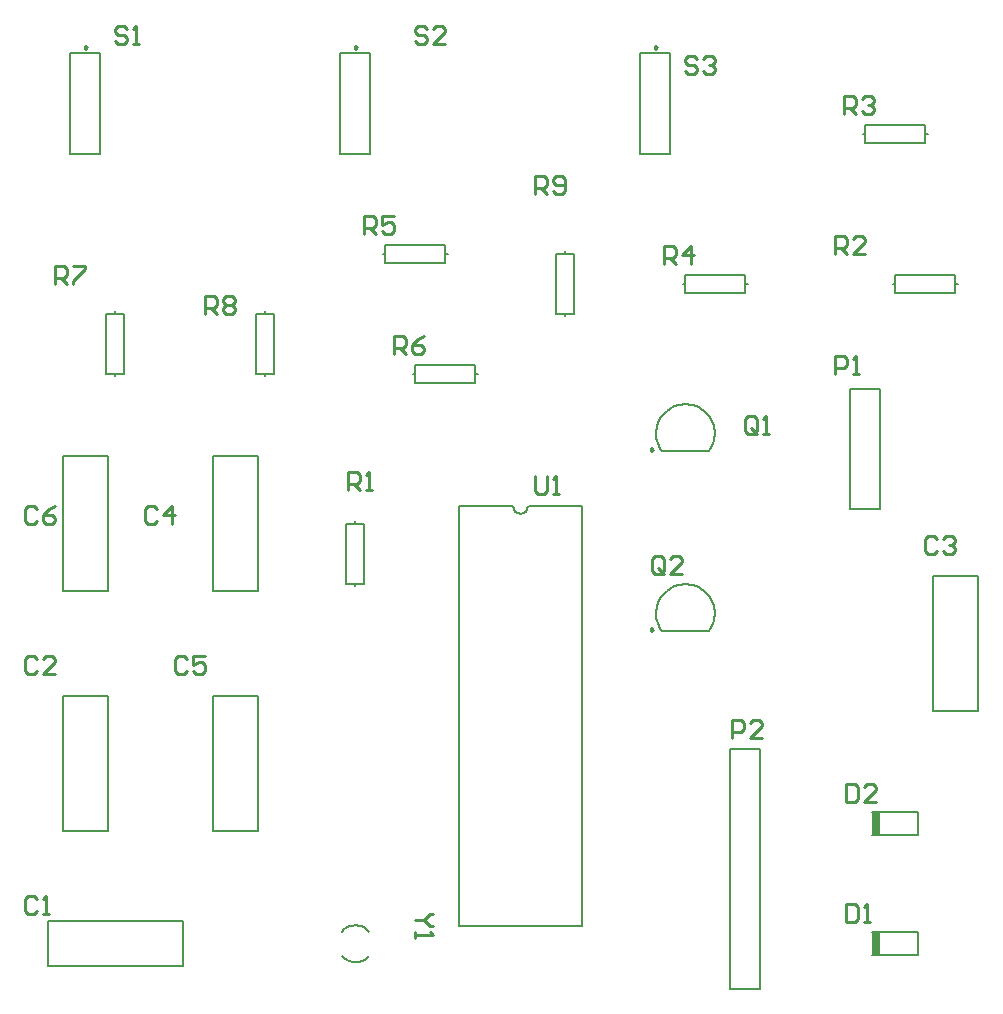
<source format=gto>
G04 Layer_Color=65535*
%FSLAX25Y25*%
%MOIN*%
G70*
G01*
G75*
%ADD10C,0.01000*%
%ADD24C,0.00984*%
%ADD25C,0.00787*%
%ADD26R,0.03150X0.07480*%
D10*
X223999Y334998D02*
X222999Y335998D01*
X221000D01*
X220000Y334998D01*
Y331000D01*
X221000Y330000D01*
X222999D01*
X223999Y331000D01*
X229997Y335998D02*
X227997Y334998D01*
X225998Y332999D01*
Y331000D01*
X226998Y330000D01*
X228997D01*
X229997Y331000D01*
Y331999D01*
X228997Y332999D01*
X225998D01*
X263999Y334998D02*
X262999Y335998D01*
X261000D01*
X260000Y334998D01*
Y331000D01*
X261000Y330000D01*
X262999D01*
X263999Y331000D01*
X268997Y330000D02*
Y335998D01*
X265998Y332999D01*
X269997D01*
X280000Y400000D02*
Y405998D01*
X282999D01*
X283999Y404998D01*
Y402999D01*
X282999Y401999D01*
X280000D01*
X281999D02*
X283999Y400000D01*
X285998Y404998D02*
X286998Y405998D01*
X288997D01*
X289997Y404998D01*
Y403999D01*
X288997Y402999D01*
X289997Y401999D01*
Y401000D01*
X288997Y400000D01*
X286998D01*
X285998Y401000D01*
Y401999D01*
X286998Y402999D01*
X285998Y403999D01*
Y404998D01*
X286998Y402999D02*
X288997D01*
X230000Y410000D02*
Y415998D01*
X232999D01*
X233999Y414998D01*
Y412999D01*
X232999Y411999D01*
X230000D01*
X231999D02*
X233999Y410000D01*
X235998Y415998D02*
X239997D01*
Y414998D01*
X235998Y411000D01*
Y410000D01*
X390000Y440000D02*
Y445998D01*
X392999D01*
X393999Y444998D01*
Y442999D01*
X392999Y441999D01*
X390000D01*
X391999D02*
X393999Y440000D01*
X395998Y441000D02*
X396998Y440000D01*
X398997D01*
X399997Y441000D01*
Y444998D01*
X398997Y445998D01*
X396998D01*
X395998Y444998D01*
Y443999D01*
X396998Y442999D01*
X399997D01*
X490000Y420000D02*
Y425998D01*
X492999D01*
X493999Y424998D01*
Y422999D01*
X492999Y421999D01*
X490000D01*
X491999D02*
X493999Y420000D01*
X499997D02*
X495998D01*
X499997Y423999D01*
Y424998D01*
X498997Y425998D01*
X496998D01*
X495998Y424998D01*
X490000Y380000D02*
Y385998D01*
X492999D01*
X493999Y384998D01*
Y382999D01*
X492999Y381999D01*
X490000D01*
X495998Y380000D02*
X497997D01*
X496998D01*
Y385998D01*
X495998Y384998D01*
X463999Y361000D02*
Y364998D01*
X462999Y365998D01*
X461000D01*
X460000Y364998D01*
Y361000D01*
X461000Y360000D01*
X462999D01*
X461999Y361999D02*
X463999Y360000D01*
X462999D02*
X463999Y361000D01*
X465998Y360000D02*
X467997D01*
X466998D01*
Y365998D01*
X465998Y364998D01*
X523999Y324998D02*
X522999Y325998D01*
X521000D01*
X520000Y324998D01*
Y321000D01*
X521000Y320000D01*
X522999D01*
X523999Y321000D01*
X525998Y324998D02*
X526998Y325998D01*
X528997D01*
X529997Y324998D01*
Y323999D01*
X528997Y322999D01*
X527997D01*
X528997D01*
X529997Y321999D01*
Y321000D01*
X528997Y320000D01*
X526998D01*
X525998Y321000D01*
X223999Y204998D02*
X222999Y205998D01*
X221000D01*
X220000Y204998D01*
Y201000D01*
X221000Y200000D01*
X222999D01*
X223999Y201000D01*
X225998Y200000D02*
X227997D01*
X226998D01*
Y205998D01*
X225998Y204998D01*
X223999Y284998D02*
X222999Y285998D01*
X221000D01*
X220000Y284998D01*
Y281000D01*
X221000Y280000D01*
X222999D01*
X223999Y281000D01*
X229997Y280000D02*
X225998D01*
X229997Y283999D01*
Y284998D01*
X228997Y285998D01*
X226998D01*
X225998Y284998D01*
X355998Y200000D02*
X354998D01*
X352999Y198001D01*
X354998Y196001D01*
X355998D01*
X352999Y198001D02*
X350000D01*
Y194002D02*
Y192003D01*
Y193002D01*
X355998D01*
X354998Y194002D01*
X273999Y284998D02*
X272999Y285998D01*
X271000D01*
X270000Y284998D01*
Y281000D01*
X271000Y280000D01*
X272999D01*
X273999Y281000D01*
X279997Y285998D02*
X275998D01*
Y282999D01*
X277997Y283999D01*
X278997D01*
X279997Y282999D01*
Y281000D01*
X278997Y280000D01*
X276998D01*
X275998Y281000D01*
X390000Y345998D02*
Y341000D01*
X391000Y340000D01*
X392999D01*
X393999Y341000D01*
Y345998D01*
X395998Y340000D02*
X397997D01*
X396998D01*
Y345998D01*
X395998Y344998D01*
X443999Y484998D02*
X442999Y485998D01*
X441000D01*
X440000Y484998D01*
Y483999D01*
X441000Y482999D01*
X442999D01*
X443999Y481999D01*
Y481000D01*
X442999Y480000D01*
X441000D01*
X440000Y481000D01*
X445998Y484998D02*
X446998Y485998D01*
X448997D01*
X449997Y484998D01*
Y483999D01*
X448997Y482999D01*
X447997D01*
X448997D01*
X449997Y481999D01*
Y481000D01*
X448997Y480000D01*
X446998D01*
X445998Y481000D01*
X353999Y494998D02*
X352999Y495998D01*
X351000D01*
X350000Y494998D01*
Y493999D01*
X351000Y492999D01*
X352999D01*
X353999Y491999D01*
Y491000D01*
X352999Y490000D01*
X351000D01*
X350000Y491000D01*
X359997Y490000D02*
X355998D01*
X359997Y493999D01*
Y494998D01*
X358997Y495998D01*
X356998D01*
X355998Y494998D01*
X253999D02*
X252999Y495998D01*
X251000D01*
X250000Y494998D01*
Y493999D01*
X251000Y492999D01*
X252999D01*
X253999Y491999D01*
Y491000D01*
X252999Y490000D01*
X251000D01*
X250000Y491000D01*
X255998Y490000D02*
X257997D01*
X256998D01*
Y495998D01*
X255998Y494998D01*
X342800Y386400D02*
Y392398D01*
X345799D01*
X346799Y391398D01*
Y389399D01*
X345799Y388399D01*
X342800D01*
X344799D02*
X346799Y386400D01*
X352797Y392398D02*
X350797Y391398D01*
X348798Y389399D01*
Y387400D01*
X349798Y386400D01*
X351797D01*
X352797Y387400D01*
Y388399D01*
X351797Y389399D01*
X348798D01*
X332800Y426400D02*
Y432398D01*
X335799D01*
X336799Y431398D01*
Y429399D01*
X335799Y428399D01*
X332800D01*
X334799D02*
X336799Y426400D01*
X342797Y432398D02*
X338798D01*
Y429399D01*
X340797Y430399D01*
X341797D01*
X342797Y429399D01*
Y427400D01*
X341797Y426400D01*
X339798D01*
X338798Y427400D01*
X432800Y416400D02*
Y422398D01*
X435799D01*
X436799Y421398D01*
Y419399D01*
X435799Y418399D01*
X432800D01*
X434799D02*
X436799Y416400D01*
X441797D02*
Y422398D01*
X438798Y419399D01*
X442797D01*
X492800Y466400D02*
Y472398D01*
X495799D01*
X496799Y471398D01*
Y469399D01*
X495799Y468399D01*
X492800D01*
X494799D02*
X496799Y466400D01*
X498798Y471398D02*
X499798Y472398D01*
X501797D01*
X502797Y471398D01*
Y470399D01*
X501797Y469399D01*
X500797D01*
X501797D01*
X502797Y468399D01*
Y467400D01*
X501797Y466400D01*
X499798D01*
X498798Y467400D01*
X327600Y341200D02*
Y347198D01*
X330599D01*
X331599Y346198D01*
Y344199D01*
X330599Y343199D01*
X327600D01*
X329599D02*
X331599Y341200D01*
X333598D02*
X335597D01*
X334598D01*
Y347198D01*
X333598Y346198D01*
X432899Y314200D02*
Y318198D01*
X431899Y319198D01*
X429900D01*
X428900Y318198D01*
Y314200D01*
X429900Y313200D01*
X431899D01*
X430899Y315199D02*
X432899Y313200D01*
X431899D02*
X432899Y314200D01*
X438897Y313200D02*
X434898D01*
X438897Y317199D01*
Y318198D01*
X437897Y319198D01*
X435898D01*
X434898Y318198D01*
X455600Y258400D02*
Y264398D01*
X458599D01*
X459599Y263398D01*
Y261399D01*
X458599Y260399D01*
X455600D01*
X465597Y258400D02*
X461598D01*
X465597Y262399D01*
Y263398D01*
X464597Y264398D01*
X462598D01*
X461598Y263398D01*
X493700Y243098D02*
Y237100D01*
X496699D01*
X497699Y238100D01*
Y242098D01*
X496699Y243098D01*
X493700D01*
X503697Y237100D02*
X499698D01*
X503697Y241099D01*
Y242098D01*
X502697Y243098D01*
X500698D01*
X499698Y242098D01*
X493700Y203098D02*
Y197100D01*
X496699D01*
X497699Y198100D01*
Y202098D01*
X496699Y203098D01*
X493700D01*
X499698Y197100D02*
X501697D01*
X500698D01*
Y203098D01*
X499698Y202098D01*
D24*
X429350Y354685D02*
X428612Y355111D01*
Y354259D01*
X429350Y354685D01*
Y294685D02*
X428612Y295111D01*
Y294259D01*
X429350Y294685D01*
X240488Y488744D02*
X239750Y489170D01*
Y488318D01*
X240488Y488744D01*
X330488D02*
X329750Y489170D01*
Y488318D01*
X330488Y488744D01*
X430488D02*
X429750Y489170D01*
Y488318D01*
X430488Y488744D01*
D25*
X447795Y354095D02*
X448362Y354929D01*
X448840Y355818D01*
X449224Y356751D01*
X449510Y357718D01*
X449694Y358710D01*
X449776Y359716D01*
X449753Y360725D01*
X449626Y361726D01*
X449397Y362708D01*
X449068Y363662D01*
X448642Y364577D01*
X448125Y365443D01*
X447521Y366251D01*
X446837Y366993D01*
X446080Y367660D01*
X445258Y368246D01*
X444381Y368744D01*
X443457Y369148D01*
X442496Y369456D01*
X441508Y369663D01*
X440505Y369767D01*
X439496D01*
X438492Y369663D01*
X437504Y369456D01*
X436543Y369148D01*
X435619Y368743D01*
X434742Y368246D01*
X433920Y367660D01*
X433163Y366993D01*
X432479Y366251D01*
X431875Y365443D01*
X431357Y364577D01*
X430932Y363662D01*
X430603Y362708D01*
X430374Y361726D01*
X430247Y360725D01*
X430225Y359716D01*
X430306Y358710D01*
X430490Y357718D01*
X430776Y356751D01*
X431160Y355818D01*
X431638Y354929D01*
X432205Y354095D01*
X325452Y185976D02*
X326206Y185252D01*
X327073Y184667D01*
X328027Y184239D01*
X329039Y183980D01*
X330082Y183898D01*
X331123Y183994D01*
X332132Y184268D01*
X333080Y184709D01*
X333938Y185306D01*
X334682Y186040D01*
X334643Y193960D02*
X333899Y194694D01*
X333040Y195291D01*
X332093Y195732D01*
X331083Y196005D01*
X330042Y196102D01*
X329000Y196020D01*
X327987Y195761D01*
X327033Y195333D01*
X326167Y194748D01*
X325413Y194024D01*
X382539Y335748D02*
X382730Y334791D01*
X383272Y333980D01*
X384083Y333438D01*
X385039Y333248D01*
X385996Y333438D01*
X386807Y333980D01*
X387349Y334791D01*
X387539Y335748D01*
X447795Y294094D02*
X448362Y294929D01*
X448840Y295818D01*
X449224Y296751D01*
X449510Y297718D01*
X449694Y298710D01*
X449776Y299716D01*
X449753Y300725D01*
X449626Y301726D01*
X449397Y302708D01*
X449068Y303662D01*
X448642Y304577D01*
X448125Y305443D01*
X447521Y306251D01*
X446837Y306993D01*
X446080Y307660D01*
X445258Y308246D01*
X444381Y308744D01*
X443457Y309148D01*
X442496Y309456D01*
X441508Y309663D01*
X440505Y309767D01*
X439496D01*
X438492Y309663D01*
X437504Y309456D01*
X436543Y309148D01*
X435619Y308744D01*
X434742Y308246D01*
X433920Y307660D01*
X433163Y306993D01*
X432479Y306251D01*
X431875Y305443D01*
X431357Y304577D01*
X430932Y303662D01*
X430603Y302708D01*
X430374Y301726D01*
X430247Y300725D01*
X430225Y299716D01*
X430306Y298710D01*
X430490Y297718D01*
X430776Y296751D01*
X431160Y295818D01*
X431638Y294929D01*
X432205Y294094D01*
X232500Y352500D02*
X247500D01*
Y307500D02*
Y352500D01*
X232500Y307500D02*
X247500D01*
X232500D02*
Y352500D01*
X282500D02*
X297500D01*
Y307500D02*
Y352500D01*
X282500Y307500D02*
X297500D01*
X282500D02*
Y352500D01*
X300000Y380000D02*
X303000D01*
Y400000D01*
X297000D02*
X303000D01*
X297000Y380000D02*
Y400000D01*
Y380000D02*
X300000D01*
Y400000D02*
Y400900D01*
Y379100D02*
Y380000D01*
X250000D02*
X253000D01*
Y400000D01*
X247000D02*
X253000D01*
X247000Y380000D02*
Y400000D01*
Y380000D02*
X250000D01*
Y400000D02*
Y400900D01*
Y379100D02*
Y380000D01*
X400000Y400000D02*
X403000D01*
Y420000D01*
X397000D02*
X403000D01*
X397000Y400000D02*
Y420000D01*
Y400000D02*
X400000D01*
Y420000D02*
Y420900D01*
Y399100D02*
Y400000D01*
X510000Y407000D02*
Y410000D01*
Y407000D02*
X530000D01*
Y413000D01*
X510000D02*
X530000D01*
X510000Y410000D02*
Y413000D01*
X530000Y410000D02*
X530900D01*
X509100D02*
X510000D01*
X495000Y335000D02*
X505000D01*
X495000D02*
Y375000D01*
X505000Y335000D02*
Y375000D01*
X495000D02*
X505000D01*
X432205Y354095D02*
X447795D01*
X522500Y312500D02*
X537500D01*
Y267500D02*
Y312500D01*
X522500Y267500D02*
X537500D01*
X522500D02*
Y312500D01*
X227500Y182500D02*
Y197500D01*
X272500D01*
Y182500D02*
Y197500D01*
X227500Y182500D02*
X272500D01*
X232500Y272500D02*
X247500D01*
Y227500D02*
Y272500D01*
X232500Y227500D02*
X247500D01*
X232500D02*
Y272500D01*
X282500D02*
X297500D01*
Y227500D02*
Y272500D01*
X282500Y227500D02*
X297500D01*
X282500D02*
Y272500D01*
X364665Y195965D02*
Y204498D01*
Y326998D02*
Y335748D01*
Y300748D02*
Y309498D01*
Y283248D02*
Y300748D01*
Y230748D02*
Y248248D01*
Y221998D02*
Y230748D01*
Y309498D02*
Y326998D01*
Y204498D02*
Y221998D01*
Y248248D02*
Y283248D01*
X405512Y195748D02*
Y335748D01*
X387933D02*
X405512D01*
X364665D02*
X382539D01*
X364882Y195748D02*
X405512D01*
X364665Y195965D02*
X364882Y195748D01*
X517677Y186260D02*
Y193740D01*
X502323Y186260D02*
X517677D01*
X502323Y193740D02*
X517677D01*
X330000Y310000D02*
X333000D01*
Y330000D01*
X327000D02*
X333000D01*
X327000Y310000D02*
Y330000D01*
Y310000D02*
X330000D01*
Y330000D02*
Y330900D01*
Y309100D02*
Y310000D01*
X517677Y226260D02*
Y233740D01*
X502323Y226260D02*
X517677D01*
X502323Y233740D02*
X517677D01*
X500000Y457000D02*
Y460000D01*
Y457000D02*
X520000D01*
Y463000D01*
X500000D02*
X520000D01*
X500000Y460000D02*
Y463000D01*
X520000Y460000D02*
X520900D01*
X499100D02*
X500000D01*
X460000Y410000D02*
Y413000D01*
X440000D02*
X460000D01*
X440000Y407000D02*
Y413000D01*
Y407000D02*
X460000D01*
Y410000D01*
X439100D02*
X440000D01*
X460000D02*
X460900D01*
X370000Y380000D02*
Y383000D01*
X350000D02*
X370000D01*
X350000Y377000D02*
Y383000D01*
Y377000D02*
X370000D01*
Y380000D01*
X349100D02*
X350000D01*
X370000D02*
X370900D01*
X360000Y420000D02*
Y423000D01*
X340000D02*
X360000D01*
X340000Y417000D02*
Y423000D01*
Y417000D02*
X360000D01*
Y420000D01*
X339100D02*
X340000D01*
X360000D02*
X360900D01*
X432205Y294095D02*
X447795D01*
X455000Y175000D02*
X465000D01*
X455000D02*
Y255000D01*
X465000D01*
Y175000D02*
Y255000D01*
X245000Y453150D02*
Y486850D01*
X235000Y453150D02*
X245000D01*
X235000D02*
Y486850D01*
X245000D01*
X335000Y453150D02*
Y486850D01*
X325000Y453150D02*
X335000D01*
X325000D02*
Y486850D01*
X335000D01*
X435000Y453150D02*
Y486850D01*
X425000Y453150D02*
X435000D01*
X425000D02*
Y486850D01*
X435000D01*
D26*
X503504Y190000D02*
D03*
Y230000D02*
D03*
M02*

</source>
